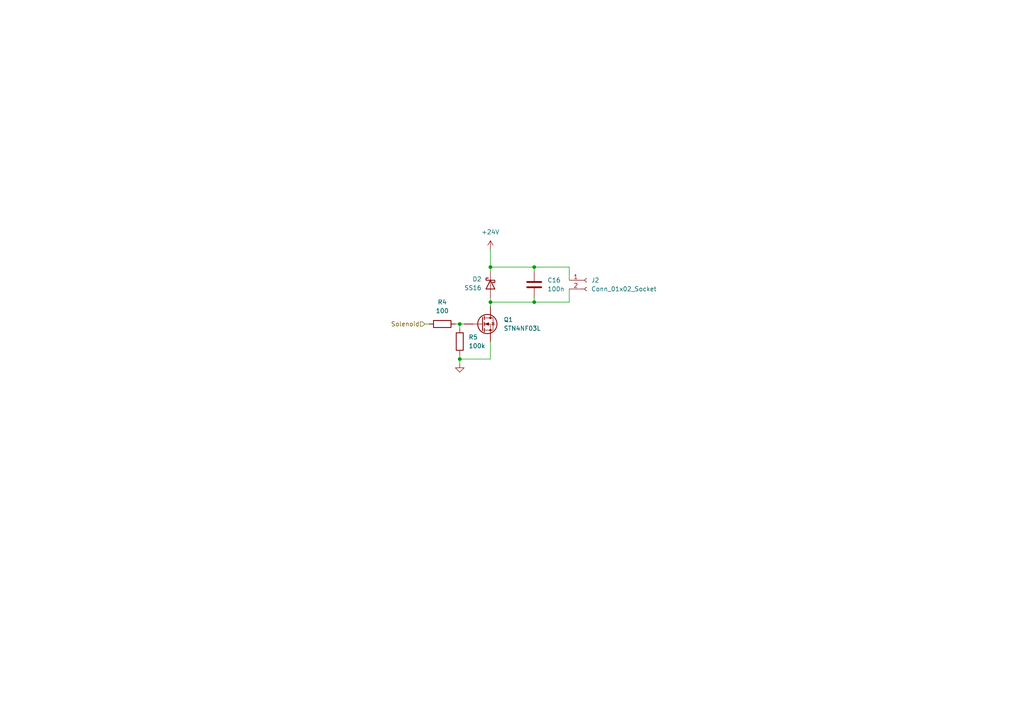
<source format=kicad_sch>
(kicad_sch (version 20250114) (generator "eeschema") (generator_version "9.0")
  (paper "A4")
  (lib_symbols
    (symbol "Connector:Conn_01x02_Socket" (pin_names (offset 1.016) (hide yes))
      (property "Reference" "J" (at 0 2.54 0))
      (property "Value" "Conn_01x02_Socket" (at 0 -5.08 0))
      (symbol "Conn_01x02_Socket_1_1"
        (polyline (pts (xy -1.27 0) (xy -0.508 0)) (stroke (width 0.1524)))
        (polyline (pts (xy -1.27 -2.54) (xy -0.508 -2.54)) (stroke (width 0.1524)))
        (arc (start 0 -0.508) (mid -0.5058 0) (end 0 0.508) (stroke (width 0.1524)))
        (arc (start 0 -3.048) (mid -0.5058 -2.54) (end 0 -2.032) (stroke (width 0.1524)))
        (pin passive line (at -5.08 0 0) (length 3.81) (name "Pin_1") (number "1"))
        (pin passive line (at -5.08 -2.54 0) (length 3.81) (name "Pin_2") (number "2"))
      )
    )
    (symbol "Device:C" (pin_numbers (hide yes)) (pin_names (offset 0.254))
      (property "Reference" "C" (at 0.635 2.54 0))
      (property "Value" "C" (at 0.635 -2.54 0))
      (symbol "C_0_1"
        (polyline (pts (xy -2.032 0.762) (xy 2.032 0.762)) (stroke (width 0.508)))
        (polyline (pts (xy -2.032 -0.762) (xy 2.032 -0.762)) (stroke (width 0.508)))
      )
      (symbol "C_1_1"
        (pin passive line (at 0 3.81 270) (length 2.794) (name "~") (number "1"))
        (pin passive line (at 0 -3.81 90) (length 2.794) (name "~") (number "2"))
      )
    )
    (symbol "Device:Q_NMOS" (pin_numbers (hide yes)) (pin_names (offset 0) (hide yes))
      (property "Reference" "Q1" (at 6.35 1.2701 0))
      (property "Value" "Q_NMOS" (at 6.35 -1.2699 0))
      (symbol "Q_NMOS_0_1"
        (polyline (pts (xy 0.254 1.905) (xy 0.254 -1.905)) (stroke (width 0.254)))
        (polyline (pts (xy 0.254 0) (xy -2.54 0)))
        (polyline (pts (xy 0.762 2.286) (xy 0.762 1.27)) (stroke (width 0.254)))
        (polyline (pts (xy 0.762 0.508) (xy 0.762 -0.508)) (stroke (width 0.254)))
        (polyline (pts (xy 0.762 -1.27) (xy 0.762 -2.286)) (stroke (width 0.254)))
        (polyline (pts (xy 0.762 -1.778) (xy 3.302 -1.778) (xy 3.302 1.778) (xy 0.762 1.778)))
        (polyline (pts (xy 1.016 0) (xy 2.032 0.381) (xy 2.032 -0.381) (xy 1.016 0)) (fill (type outline)))
        (circle (center 1.651 0) (radius 2.794) (stroke (width 0.254)))
        (polyline (pts (xy 2.54 2.54) (xy 2.54 1.778)))
        (circle (center 2.54 1.778) (radius 0.254) (fill (type outline)))
        (circle (center 2.54 -1.778) (radius 0.254) (fill (type outline)))
        (polyline (pts (xy 2.54 -2.54) (xy 2.54 0) (xy 0.762 0)))
        (polyline (pts (xy 2.921 0.381) (xy 3.683 0.381)))
        (polyline (pts (xy 3.302 0.381) (xy 2.921 -0.254) (xy 3.683 -0.254) (xy 3.302 0.381)))
      )
      (symbol "Q_NMOS_1_1"
        (pin input line (at -5.08 0 0) (length 2.54) (name "G") (number "1"))
        (pin passive line (at 2.54 5.08 270) (length 2.54) (name "D") (number "2"))
        (pin passive line (at 2.54 -5.08 90) (length 2.54) (name "S") (number "3"))
      )
    )
    (symbol "Device:R" (pin_numbers (hide yes)) (pin_names (offset 0))
      (property "Reference" "R" (at 2.032 0 90))
      (property "Value" "R" (at 0 0 90))
      (symbol "R_0_1"
        (rectangle (start -1.016 -2.54) (end 1.016 2.54) (stroke (width 0.254)))
      )
      (symbol "R_1_1"
        (pin passive line (at 0 3.81 270) (length 1.27) (name "~") (number "1"))
        (pin passive line (at 0 -3.81 90) (length 1.27) (name "~") (number "2"))
      )
    )
    (symbol "Diode:SS16" (pin_numbers (hide yes)) (pin_names (offset 1.016) (hide yes))
      (property "Reference" "D" (at 0 2.54 0))
      (property "Value" "SS16" (at 0 -2.54 0))
      (symbol "SS16_0_1"
        (polyline (pts (xy -1.905 0.635) (xy -1.905 1.27) (xy -1.27 1.27) (xy -1.27 -1.27) (xy -0.635 -1.27) (xy -0.635 -0.635)) (stroke (width 0.254)))
        (polyline (pts (xy 1.27 1.27) (xy 1.27 -1.27) (xy -1.27 0) (xy 1.27 1.27)) (stroke (width 0.254)))
        (polyline (pts (xy 1.27 0) (xy -1.27 0)))
      )
      (symbol "SS16_1_1"
        (pin passive line (at -3.81 0 0) (length 2.54) (name "K") (number "1"))
        (pin passive line (at 3.81 0 180) (length 2.54) (name "A") (number "2"))
      )
    )
    (symbol "power:+24V" (power) (pin_numbers (hide yes)) (pin_names (offset 0) (hide yes))
      (property "Value" "+24V" (at 0 3.556 0))
      (symbol "+24V_0_1"
        (polyline (pts (xy -0.762 1.27) (xy 0 2.54)))
        (polyline (pts (xy 0 2.54) (xy 0.762 1.27)))
        (polyline (pts (xy 0 0) (xy 0 2.54)))
      )
      (symbol "+24V_1_1"
        (pin power_in line (at 0 0 90) (length 0) (name "~") (number "1"))
      )
    )
    (symbol "power:GND" (power) (pin_numbers (hide yes)) (pin_names (offset 0) (hide yes))
      (property "Value" "GND" (at 0 -3.81 0))
      (symbol "GND_0_1"
        (polyline (pts (xy 0 0) (xy 0 -1.27) (xy 1.27 -1.27) (xy 0 -2.54) (xy -1.27 -1.27) (xy 0 -1.27)))
      )
      (symbol "GND_1_1"
        (pin power_in line (at 0 0 270) (length 0) (name "~") (number "1"))
      )
    )
  )
  (junction (at 133.35 104.14))
  (junction (at 154.94 77.47))
  (junction (at 142.24 77.47))
  (junction (at 154.94 87.63))
  (junction (at 133.35 93.98))
  (junction (at 142.24 87.63))
  (wire (pts (xy 154.94 86.36) (xy 154.94 87.63)))
  (wire (pts (xy 142.24 104.14) (xy 133.35 104.14)))
  (wire (pts (xy 142.24 87.63) (xy 154.94 87.63)))
  (wire (pts (xy 142.24 99.06) (xy 142.24 104.14)))
  (wire (pts (xy 142.24 86.36) (xy 142.24 87.63)))
  (wire (pts (xy 154.94 87.63) (xy 165.1 87.63)))
  (wire (pts (xy 165.1 83.82) (xy 165.1 87.63)))
  (wire (pts (xy 154.94 77.47) (xy 154.94 78.74)))
  (wire (pts (xy 142.24 87.63) (xy 142.24 88.9)))
  (wire (pts (xy 142.24 72.39) (xy 142.24 77.47)))
  (wire (pts (xy 165.1 81.28) (xy 165.1 77.47)))
  (wire (pts (xy 133.35 102.87) (xy 133.35 104.14)))
  (wire (pts (xy 142.24 77.47) (xy 142.24 78.74)))
  (wire (pts (xy 154.94 77.47) (xy 165.1 77.47)))
  (wire (pts (xy 123.19 93.98) (xy 124.46 93.98)))
  (wire (pts (xy 132.08 93.98) (xy 133.35 93.98)))
  (wire (pts (xy 133.35 104.14) (xy 133.35 105.41)))
  (wire (pts (xy 142.24 77.47) (xy 154.94 77.47)))
  (wire (pts (xy 133.35 93.98) (xy 133.35 95.25)))
  (wire (pts (xy 133.35 93.98) (xy 134.62 93.98)))
  (hierarchical_label "Solenoid" (shape input) (at 123.19 93.98 180))
  (symbol (lib_id "Device:C") (at 154.94 82.55 0) (unit 1)
    (property "Reference" "C16" (at 158.75 81.2799 0) (effects (justify left)))
    (property "Value" "100n" (at 158.75 83.8199 0) (effects (justify left)))
    (property "Footprint" "Capacitor_SMD:C_0603_1608Metric" (effects (hide yes)))
    (property "Description" "Unpolarized capacitor" (effects (hide yes)))
  )
  (symbol (lib_id "Connector:Conn_01x02_Socket") (at 170.18 81.28 0) (unit 1)
    (property "Reference" "J2" (at 171.45 81.2799 0) (effects (justify left)))
    (property "Value" "Conn_01x02_Socket" (at 171.45 83.8199 0) (effects (justify left)))
    (property "Footprint" "Connector_JST:JST_XH_B2B-XH-A_1x02_P2.50mm_Vertical" (effects (hide yes)))
    (property "Description" "Generic connector, single row, 01x02, script generated" (effects (hide yes)))
  )
  (symbol (lib_id "Device:Q_NMOS") (at 139.7 93.98 0) (unit 1)
    (property "Reference" "Q1" (at 146.05 92.7099 0) (effects (justify left)))
    (property "Value" "STN4NF03L" (at 146.05 95.2499 0) (effects (justify left)))
    (property "Footprint" "Package_TO_SOT_SMD:SOT-223-3_TabPin2" (effects (hide yes)))
    (property "Description" "N-MOSFET transistor" (effects (hide yes)))
  )
  (symbol (lib_id "power:GND") (at 133.35 105.41 0) (unit 1)
    (property "Reference" "#PWR021" (effects (hide yes)))
    (property "Value" "GND" (effects (hide yes)))
    (property "Description" "Power symbol creates a global label with name \"GND\" , ground" (effects (hide yes)))
  )
  (symbol (lib_id "Device:R") (at 133.35 99.06 180) (unit 1)
    (property "Reference" "R5" (at 135.89 97.7899 0) (effects (justify right)))
    (property "Value" "100k" (at 135.89 100.3299 0) (effects (justify right)))
    (property "Footprint" "Resistor_SMD:R_0402_1005Metric" (effects (hide yes)))
    (property "Description" "Resistor" (effects (hide yes)))
  )
  (symbol (lib_id "Diode:SS16") (at 142.24 82.55 90) (mirror x) (unit 1)
    (property "Reference" "D2" (at 139.7 80.9624 90) (effects (justify left)))
    (property "Value" "SS16" (at 139.7 83.5024 90) (effects (justify left)))
    (property "Footprint" "Diode_SMD:D_SMA" (effects (hide yes)))
    (property "Datasheet" "https://www.vishay.com/docs/88746/ss12.pdf" (effects (hide yes)))
    (property "Description" "60V 1A Schottky Diode, SMA" (effects (hide yes)))
  )
  (symbol (lib_id "power:+24V") (at 142.24 72.39 0) (unit 1)
    (property "Reference" "#PWR020" (effects (hide yes)))
    (property "Value" "+24V" (at 142.24 67.31 0))
    (property "Description" "Power symbol creates a global label with name \"+24V\"" (effects (hide yes)))
  )
  (symbol (lib_id "Device:R") (at 128.27 93.98 90) (unit 1)
    (property "Reference" "R4" (at 128.27 87.63 90))
    (property "Value" "100" (at 128.27 90.17 90))
    (property "Footprint" "Resistor_SMD:R_0402_1005Metric" (effects (hide yes)))
    (property "Description" "Resistor" (effects (hide yes)))
  )
)
</source>
